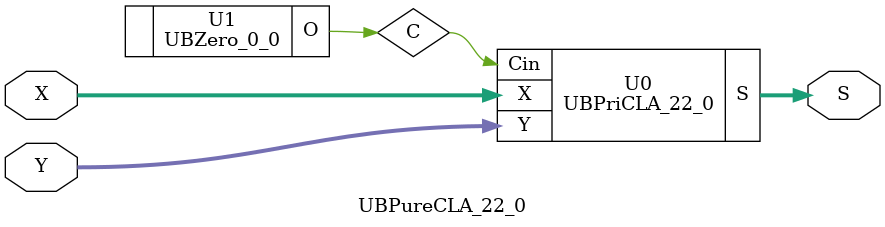
<source format=v>
/*----------------------------------------------------------------------------
  Copyright (c) 2021 Homma laboratory. All rights reserved.

  Top module: UBCLA_22_0_22_0

  Operand-1 length: 23
  Operand-2 length: 23
  Two-operand addition algorithm: Carry look-ahead adder
----------------------------------------------------------------------------*/

module GPGenerator(Go, Po, A, B);
  output Go;
  output Po;
  input A;
  input B;
  assign Go = A & B;
  assign Po = A ^ B;
endmodule

module CLAUnit_23(C, G, P, Cin);
  output [23:1] C;
  input Cin;
  input [22:0] G;
  input [22:0] P;
  assign C[1] = G[0] | ( P[0] & Cin );
  assign C[2] = G[1] | ( P[1] & G[0] ) | ( P[1] & P[0] & Cin );
  assign C[3] = G[2] | ( P[2] & G[1] ) | ( P[2] & P[1] & G[0] ) | ( P[2] & P[1] & P[0] & Cin );
  assign C[4] = G[3] | ( P[3] & G[2] ) | ( P[3] & P[2] & G[1] ) | ( P[3] & P[2] & P[1] & G[0] ) | ( P[3] & P[2] & P[1] & P[0] & Cin );
  assign C[5] = G[4] | ( P[4] & G[3] ) | ( P[4] & P[3] & G[2] ) | ( P[4] & P[3] & P[2] & G[1] ) | ( P[4] & P[3] & P[2] & P[1] & G[0] ) | ( P[4] & P[3] & P[2] & P[1] & P[0] & Cin );
  assign C[6] = G[5] | ( P[5] & G[4] ) | ( P[5] & P[4] & G[3] ) | ( P[5] & P[4] & P[3] & G[2] ) | ( P[5] & P[4] & P[3] & P[2] & G[1] ) | ( P[5] & P[4] & P[3] & P[2] & P[1] & G[0] ) | ( P[5] & P[4] & P[3]
 & P[2] & P[1] & P[0] & Cin );
  assign C[7] = G[6] | ( P[6] & G[5] ) | ( P[6] & P[5] & G[4] ) | ( P[6] & P[5] & P[4] & G[3] ) | ( P[6] & P[5] & P[4] & P[3] & G[2] ) | ( P[6] & P[5] & P[4] & P[3] & P[2] & G[1] ) | ( P[6] & P[5] & P[4]
 & P[3] & P[2] & P[1] & G[0] ) | ( P[6] & P[5] & P[4] & P[3] & P[2] & P[1] & P[0] & Cin );
  assign C[8] = G[7] | ( P[7] & G[6] ) | ( P[7] & P[6] & G[5] ) | ( P[7] & P[6] & P[5] & G[4] ) | ( P[7] & P[6] & P[5] & P[4] & G[3] ) | ( P[7] & P[6] & P[5] & P[4] & P[3] & G[2] ) | ( P[7] & P[6] & P[5]
 & P[4] & P[3] & P[2] & G[1] ) | ( P[7] & P[6] & P[5] & P[4] & P[3] & P[2] & P[1] & G[0] ) | ( P[7] & P[6] & P[5] & P[4] & P[3] & P[2] & P[1] & P[0] & Cin );
  assign C[9] = G[8] | ( P[8] & G[7] ) | ( P[8] & P[7] & G[6] ) | ( P[8] & P[7] & P[6] & G[5] ) | ( P[8] & P[7] & P[6] & P[5] & G[4] ) | ( P[8] & P[7] & P[6] & P[5] & P[4] & G[3] ) | ( P[8] & P[7] & P[6]
 & P[5] & P[4] & P[3] & G[2] ) | ( P[8] & P[7] & P[6] & P[5] & P[4] & P[3] & P[2] & G[1] ) | ( P[8] & P[7] & P[6] & P[5] & P[4] & P[3] & P[2] & P[1] & G[0] ) | ( P[8] & P[7] & P[6] & P[5] & P[4] & P[3]
 & P[2] & P[1] & P[0] & Cin );
  assign C[10] = G[9] | ( P[9] & G[8] ) | ( P[9] & P[8] & G[7] ) | ( P[9] & P[8] & P[7] & G[6] ) | ( P[9] & P[8] & P[7] & P[6] & G[5] ) | ( P[9] & P[8] & P[7] & P[6] & P[5] & G[4] ) | ( P[9] & P[8] & P[7]
 & P[6] & P[5] & P[4] & G[3] ) | ( P[9] & P[8] & P[7] & P[6] & P[5] & P[4] & P[3] & G[2] ) | ( P[9] & P[8] & P[7] & P[6] & P[5] & P[4] & P[3] & P[2] & G[1] ) | ( P[9] & P[8] & P[7] & P[6] & P[5] & P[4]
 & P[3] & P[2] & P[1] & G[0] ) | ( P[9] & P[8] & P[7] & P[6] & P[5] & P[4] & P[3] & P[2] & P[1] & P[0] & Cin );
  assign C[11] = G[10] | ( P[10] & G[9] ) | ( P[10] & P[9] & G[8] ) | ( P[10] & P[9] & P[8] & G[7] ) | ( P[10] & P[9] & P[8] & P[7] & G[6] ) | ( P[10] & P[9] & P[8] & P[7] & P[6] & G[5] ) | ( P[10] & P[9]
 & P[8] & P[7] & P[6] & P[5] & G[4] ) | ( P[10] & P[9] & P[8] & P[7] & P[6] & P[5] & P[4] & G[3] ) | ( P[10] & P[9] & P[8] & P[7] & P[6] & P[5] & P[4] & P[3] & G[2] ) | ( P[10] & P[9] & P[8] & P[7] & P[6]
 & P[5] & P[4] & P[3] & P[2] & G[1] ) | ( P[10] & P[9] & P[8] & P[7] & P[6] & P[5] & P[4] & P[3] & P[2] & P[1] & G[0] ) | ( P[10] & P[9] & P[8] & P[7] & P[6] & P[5] & P[4] & P[3] & P[2] & P[1] & P[0] &
 Cin );
  assign C[12] = G[11] | ( P[11] & G[10] ) | ( P[11] & P[10] & G[9] ) | ( P[11] & P[10] & P[9] & G[8] ) | ( P[11] & P[10] & P[9] & P[8] & G[7] ) | ( P[11] & P[10] & P[9] & P[8] & P[7] & G[6] ) | ( P[11]
 & P[10] & P[9] & P[8] & P[7] & P[6] & G[5] ) | ( P[11] & P[10] & P[9] & P[8] & P[7] & P[6] & P[5] & G[4] ) | ( P[11] & P[10] & P[9] & P[8] & P[7] & P[6] & P[5] & P[4] & G[3] ) | ( P[11] & P[10] & P[9]
 & P[8] & P[7] & P[6] & P[5] & P[4] & P[3] & G[2] ) | ( P[11] & P[10] & P[9] & P[8] & P[7] & P[6] & P[5] & P[4] & P[3] & P[2] & G[1] ) | ( P[11] & P[10] & P[9] & P[8] & P[7] & P[6] & P[5] & P[4] & P[3]
 & P[2] & P[1] & G[0] ) | ( P[11] & P[10] & P[9] & P[8] & P[7] & P[6] & P[5] & P[4] & P[3] & P[2] & P[1] & P[0] & Cin );
  assign C[13] = G[12] | ( P[12] & G[11] ) | ( P[12] & P[11] & G[10] ) | ( P[12] & P[11] & P[10] & G[9] ) | ( P[12] & P[11] & P[10] & P[9] & G[8] ) | ( P[12] & P[11] & P[10] & P[9] & P[8] & G[7] ) | ( P[12]
 & P[11] & P[10] & P[9] & P[8] & P[7] & G[6] ) | ( P[12] & P[11] & P[10] & P[9] & P[8] & P[7] & P[6] & G[5] ) | ( P[12] & P[11] & P[10] & P[9] & P[8] & P[7] & P[6] & P[5] & G[4] ) | ( P[12] & P[11] & P[10]
 & P[9] & P[8] & P[7] & P[6] & P[5] & P[4] & G[3] ) | ( P[12] & P[11] & P[10] & P[9] & P[8] & P[7] & P[6] & P[5] & P[4] & P[3] & G[2] ) | ( P[12] & P[11] & P[10] & P[9] & P[8] & P[7] & P[6] & P[5] & P[4]
 & P[3] & P[2] & G[1] ) | ( P[12] & P[11] & P[10] & P[9] & P[8] & P[7] & P[6] & P[5] & P[4] & P[3] & P[2] & P[1] & G[0] ) | ( P[12] & P[11] & P[10] & P[9] & P[8] & P[7] & P[6] & P[5] & P[4] & P[3] & P[2]
 & P[1] & P[0] & Cin );
  assign C[14] = G[13] | ( P[13] & G[12] ) | ( P[13] & P[12] & G[11] ) | ( P[13] & P[12] & P[11] & G[10] ) | ( P[13] & P[12] & P[11] & P[10] & G[9] ) | ( P[13] & P[12] & P[11] & P[10] & P[9] & G[8] ) |
 ( P[13] & P[12] & P[11] & P[10] & P[9] & P[8] & G[7] ) | ( P[13] & P[12] & P[11] & P[10] & P[9] & P[8] & P[7] & G[6] ) | ( P[13] & P[12] & P[11] & P[10] & P[9] & P[8] & P[7] & P[6] & G[5] ) | ( P[13] &
 P[12] & P[11] & P[10] & P[9] & P[8] & P[7] & P[6] & P[5] & G[4] ) | ( P[13] & P[12] & P[11] & P[10] & P[9] & P[8] & P[7] & P[6] & P[5] & P[4] & G[3] ) | ( P[13] & P[12] & P[11] & P[10] & P[9] & P[8] &
 P[7] & P[6] & P[5] & P[4] & P[3] & G[2] ) | ( P[13] & P[12] & P[11] & P[10] & P[9] & P[8] & P[7] & P[6] & P[5] & P[4] & P[3] & P[2] & G[1] ) | ( P[13] & P[12] & P[11] & P[10] & P[9] & P[8] & P[7] & P[6]
 & P[5] & P[4] & P[3] & P[2] & P[1] & G[0] ) | ( P[13] & P[12] & P[11] & P[10] & P[9] & P[8] & P[7] & P[6] & P[5] & P[4] & P[3] & P[2] & P[1] & P[0] & Cin );
  assign C[15] = G[14] | ( P[14] & G[13] ) | ( P[14] & P[13] & G[12] ) | ( P[14] & P[13] & P[12] & G[11] ) | ( P[14] & P[13] & P[12] & P[11] & G[10] ) | ( P[14] & P[13] & P[12] & P[11] & P[10] & G[9] )
 | ( P[14] & P[13] & P[12] & P[11] & P[10] & P[9] & G[8] ) | ( P[14] & P[13] & P[12] & P[11] & P[10] & P[9] & P[8] & G[7] ) | ( P[14] & P[13] & P[12] & P[11] & P[10] & P[9] & P[8] & P[7] & G[6] ) | ( P[14]
 & P[13] & P[12] & P[11] & P[10] & P[9] & P[8] & P[7] & P[6] & G[5] ) | ( P[14] & P[13] & P[12] & P[11] & P[10] & P[9] & P[8] & P[7] & P[6] & P[5] & G[4] ) | ( P[14] & P[13] & P[12] & P[11] & P[10] & P[9]
 & P[8] & P[7] & P[6] & P[5] & P[4] & G[3] ) | ( P[14] & P[13] & P[12] & P[11] & P[10] & P[9] & P[8] & P[7] & P[6] & P[5] & P[4] & P[3] & G[2] ) | ( P[14] & P[13] & P[12] & P[11] & P[10] & P[9] & P[8] &
 P[7] & P[6] & P[5] & P[4] & P[3] & P[2] & G[1] ) | ( P[14] & P[13] & P[12] & P[11] & P[10] & P[9] & P[8] & P[7] & P[6] & P[5] & P[4] & P[3] & P[2] & P[1] & G[0] ) | ( P[14] & P[13] & P[12] & P[11] & P[10]
 & P[9] & P[8] & P[7] & P[6] & P[5] & P[4] & P[3] & P[2] & P[1] & P[0] & Cin );
  assign C[16] = G[15] | ( P[15] & G[14] ) | ( P[15] & P[14] & G[13] ) | ( P[15] & P[14] & P[13] & G[12] ) | ( P[15] & P[14] & P[13] & P[12] & G[11] ) | ( P[15] & P[14] & P[13] & P[12] & P[11] & G[10] )
 | ( P[15] & P[14] & P[13] & P[12] & P[11] & P[10] & G[9] ) | ( P[15] & P[14] & P[13] & P[12] & P[11] & P[10] & P[9] & G[8] ) | ( P[15] & P[14] & P[13] & P[12] & P[11] & P[10] & P[9] & P[8] & G[7] ) | (
 P[15] & P[14] & P[13] & P[12] & P[11] & P[10] & P[9] & P[8] & P[7] & G[6] ) | ( P[15] & P[14] & P[13] & P[12] & P[11] & P[10] & P[9] & P[8] & P[7] & P[6] & G[5] ) | ( P[15] & P[14] & P[13] & P[12] & P[11]
 & P[10] & P[9] & P[8] & P[7] & P[6] & P[5] & G[4] ) | ( P[15] & P[14] & P[13] & P[12] & P[11] & P[10] & P[9] & P[8] & P[7] & P[6] & P[5] & P[4] & G[3] ) | ( P[15] & P[14] & P[13] & P[12] & P[11] & P[10]
 & P[9] & P[8] & P[7] & P[6] & P[5] & P[4] & P[3] & G[2] ) | ( P[15] & P[14] & P[13] & P[12] & P[11] & P[10] & P[9] & P[8] & P[7] & P[6] & P[5] & P[4] & P[3] & P[2] & G[1] ) | ( P[15] & P[14] & P[13] &
 P[12] & P[11] & P[10] & P[9] & P[8] & P[7] & P[6] & P[5] & P[4] & P[3] & P[2] & P[1] & G[0] ) | ( P[15] & P[14] & P[13] & P[12] & P[11] & P[10] & P[9] & P[8] & P[7] & P[6] & P[5] & P[4] & P[3] & P[2] &
 P[1] & P[0] & Cin );
  assign C[17] = G[16] | ( P[16] & G[15] ) | ( P[16] & P[15] & G[14] ) | ( P[16] & P[15] & P[14] & G[13] ) | ( P[16] & P[15] & P[14] & P[13] & G[12] ) | ( P[16] & P[15] & P[14] & P[13] & P[12] & G[11] )
 | ( P[16] & P[15] & P[14] & P[13] & P[12] & P[11] & G[10] ) | ( P[16] & P[15] & P[14] & P[13] & P[12] & P[11] & P[10] & G[9] ) | ( P[16] & P[15] & P[14] & P[13] & P[12] & P[11] & P[10] & P[9] & G[8] )
 | ( P[16] & P[15] & P[14] & P[13] & P[12] & P[11] & P[10] & P[9] & P[8] & G[7] ) | ( P[16] & P[15] & P[14] & P[13] & P[12] & P[11] & P[10] & P[9] & P[8] & P[7] & G[6] ) | ( P[16] & P[15] & P[14] & P[13]
 & P[12] & P[11] & P[10] & P[9] & P[8] & P[7] & P[6] & G[5] ) | ( P[16] & P[15] & P[14] & P[13] & P[12] & P[11] & P[10] & P[9] & P[8] & P[7] & P[6] & P[5] & G[4] ) | ( P[16] & P[15] & P[14] & P[13] & P[12]
 & P[11] & P[10] & P[9] & P[8] & P[7] & P[6] & P[5] & P[4] & G[3] ) | ( P[16] & P[15] & P[14] & P[13] & P[12] & P[11] & P[10] & P[9] & P[8] & P[7] & P[6] & P[5] & P[4] & P[3] & G[2] ) | ( P[16] & P[15]
 & P[14] & P[13] & P[12] & P[11] & P[10] & P[9] & P[8] & P[7] & P[6] & P[5] & P[4] & P[3] & P[2] & G[1] ) | ( P[16] & P[15] & P[14] & P[13] & P[12] & P[11] & P[10] & P[9] & P[8] & P[7] & P[6] & P[5] & P[4]
 & P[3] & P[2] & P[1] & G[0] ) | ( P[16] & P[15] & P[14] & P[13] & P[12] & P[11] & P[10] & P[9] & P[8] & P[7] & P[6] & P[5] & P[4] & P[3] & P[2] & P[1] & P[0] & Cin );
  assign C[18] = G[17] | ( P[17] & G[16] ) | ( P[17] & P[16] & G[15] ) | ( P[17] & P[16] & P[15] & G[14] ) | ( P[17] & P[16] & P[15] & P[14] & G[13] ) | ( P[17] & P[16] & P[15] & P[14] & P[13] & G[12] )
 | ( P[17] & P[16] & P[15] & P[14] & P[13] & P[12] & G[11] ) | ( P[17] & P[16] & P[15] & P[14] & P[13] & P[12] & P[11] & G[10] ) | ( P[17] & P[16] & P[15] & P[14] & P[13] & P[12] & P[11] & P[10] & G[9]
 ) | ( P[17] & P[16] & P[15] & P[14] & P[13] & P[12] & P[11] & P[10] & P[9] & G[8] ) | ( P[17] & P[16] & P[15] & P[14] & P[13] & P[12] & P[11] & P[10] & P[9] & P[8] & G[7] ) | ( P[17] & P[16] & P[15] &
 P[14] & P[13] & P[12] & P[11] & P[10] & P[9] & P[8] & P[7] & G[6] ) | ( P[17] & P[16] & P[15] & P[14] & P[13] & P[12] & P[11] & P[10] & P[9] & P[8] & P[7] & P[6] & G[5] ) | ( P[17] & P[16] & P[15] & P[14]
 & P[13] & P[12] & P[11] & P[10] & P[9] & P[8] & P[7] & P[6] & P[5] & G[4] ) | ( P[17] & P[16] & P[15] & P[14] & P[13] & P[12] & P[11] & P[10] & P[9] & P[8] & P[7] & P[6] & P[5] & P[4] & G[3] ) | ( P[17]
 & P[16] & P[15] & P[14] & P[13] & P[12] & P[11] & P[10] & P[9] & P[8] & P[7] & P[6] & P[5] & P[4] & P[3] & G[2] ) | ( P[17] & P[16] & P[15] & P[14] & P[13] & P[12] & P[11] & P[10] & P[9] & P[8] & P[7]
 & P[6] & P[5] & P[4] & P[3] & P[2] & G[1] ) | ( P[17] & P[16] & P[15] & P[14] & P[13] & P[12] & P[11] & P[10] & P[9] & P[8] & P[7] & P[6] & P[5] & P[4] & P[3] & P[2] & P[1] & G[0] ) | ( P[17] & P[16] &
 P[15] & P[14] & P[13] & P[12] & P[11] & P[10] & P[9] & P[8] & P[7] & P[6] & P[5] & P[4] & P[3] & P[2] & P[1] & P[0] & Cin );
  assign C[19] = G[18] | ( P[18] & G[17] ) | ( P[18] & P[17] & G[16] ) | ( P[18] & P[17] & P[16] & G[15] ) | ( P[18] & P[17] & P[16] & P[15] & G[14] ) | ( P[18] & P[17] & P[16] & P[15] & P[14] & G[13] )
 | ( P[18] & P[17] & P[16] & P[15] & P[14] & P[13] & G[12] ) | ( P[18] & P[17] & P[16] & P[15] & P[14] & P[13] & P[12] & G[11] ) | ( P[18] & P[17] & P[16] & P[15] & P[14] & P[13] & P[12] & P[11] & G[10]
 ) | ( P[18] & P[17] & P[16] & P[15] & P[14] & P[13] & P[12] & P[11] & P[10] & G[9] ) | ( P[18] & P[17] & P[16] & P[15] & P[14] & P[13] & P[12] & P[11] & P[10] & P[9] & G[8] ) | ( P[18] & P[17] & P[16]
 & P[15] & P[14] & P[13] & P[12] & P[11] & P[10] & P[9] & P[8] & G[7] ) | ( P[18] & P[17] & P[16] & P[15] & P[14] & P[13] & P[12] & P[11] & P[10] & P[9] & P[8] & P[7] & G[6] ) | ( P[18] & P[17] & P[16]
 & P[15] & P[14] & P[13] & P[12] & P[11] & P[10] & P[9] & P[8] & P[7] & P[6] & G[5] ) | ( P[18] & P[17] & P[16] & P[15] & P[14] & P[13] & P[12] & P[11] & P[10] & P[9] & P[8] & P[7] & P[6] & P[5] & G[4]
 ) | ( P[18] & P[17] & P[16] & P[15] & P[14] & P[13] & P[12] & P[11] & P[10] & P[9] & P[8] & P[7] & P[6] & P[5] & P[4] & G[3] ) | ( P[18] & P[17] & P[16] & P[15] & P[14] & P[13] & P[12] & P[11] & P[10]
 & P[9] & P[8] & P[7] & P[6] & P[5] & P[4] & P[3] & G[2] ) | ( P[18] & P[17] & P[16] & P[15] & P[14] & P[13] & P[12] & P[11] & P[10] & P[9] & P[8] & P[7] & P[6] & P[5] & P[4] & P[3] & P[2] & G[1] ) | (
 P[18] & P[17] & P[16] & P[15] & P[14] & P[13] & P[12] & P[11] & P[10] & P[9] & P[8] & P[7] & P[6] & P[5] & P[4] & P[3] & P[2] & P[1] & G[0] ) | ( P[18] & P[17] & P[16] & P[15] & P[14] & P[13] & P[12] &
 P[11] & P[10] & P[9] & P[8] & P[7] & P[6] & P[5] & P[4] & P[3] & P[2] & P[1] & P[0] & Cin );
  assign C[20] = G[19] | ( P[19] & G[18] ) | ( P[19] & P[18] & G[17] ) | ( P[19] & P[18] & P[17] & G[16] ) | ( P[19] & P[18] & P[17] & P[16] & G[15] ) | ( P[19] & P[18] & P[17] & P[16] & P[15] & G[14] )
 | ( P[19] & P[18] & P[17] & P[16] & P[15] & P[14] & G[13] ) | ( P[19] & P[18] & P[17] & P[16] & P[15] & P[14] & P[13] & G[12] ) | ( P[19] & P[18] & P[17] & P[16] & P[15] & P[14] & P[13] & P[12] & G[11]
 ) | ( P[19] & P[18] & P[17] & P[16] & P[15] & P[14] & P[13] & P[12] & P[11] & G[10] ) | ( P[19] & P[18] & P[17] & P[16] & P[15] & P[14] & P[13] & P[12] & P[11] & P[10] & G[9] ) | ( P[19] & P[18] & P[17]
 & P[16] & P[15] & P[14] & P[13] & P[12] & P[11] & P[10] & P[9] & G[8] ) | ( P[19] & P[18] & P[17] & P[16] & P[15] & P[14] & P[13] & P[12] & P[11] & P[10] & P[9] & P[8] & G[7] ) | ( P[19] & P[18] & P[17]
 & P[16] & P[15] & P[14] & P[13] & P[12] & P[11] & P[10] & P[9] & P[8] & P[7] & G[6] ) | ( P[19] & P[18] & P[17] & P[16] & P[15] & P[14] & P[13] & P[12] & P[11] & P[10] & P[9] & P[8] & P[7] & P[6] & G[5]
 ) | ( P[19] & P[18] & P[17] & P[16] & P[15] & P[14] & P[13] & P[12] & P[11] & P[10] & P[9] & P[8] & P[7] & P[6] & P[5] & G[4] ) | ( P[19] & P[18] & P[17] & P[16] & P[15] & P[14] & P[13] & P[12] & P[11]
 & P[10] & P[9] & P[8] & P[7] & P[6] & P[5] & P[4] & G[3] ) | ( P[19] & P[18] & P[17] & P[16] & P[15] & P[14] & P[13] & P[12] & P[11] & P[10] & P[9] & P[8] & P[7] & P[6] & P[5] & P[4] & P[3] & G[2] ) |
 ( P[19] & P[18] & P[17] & P[16] & P[15] & P[14] & P[13] & P[12] & P[11] & P[10] & P[9] & P[8] & P[7] & P[6] & P[5] & P[4] & P[3] & P[2] & G[1] ) | ( P[19] & P[18] & P[17] & P[16] & P[15] & P[14] & P[13]
 & P[12] & P[11] & P[10] & P[9] & P[8] & P[7] & P[6] & P[5] & P[4] & P[3] & P[2] & P[1] & G[0] ) | ( P[19] & P[18] & P[17] & P[16] & P[15] & P[14] & P[13] & P[12] & P[11] & P[10] & P[9] & P[8] & P[7] &
 P[6] & P[5] & P[4] & P[3] & P[2] & P[1] & P[0] & Cin );
  assign C[21] = G[20] | ( P[20] & G[19] ) | ( P[20] & P[19] & G[18] ) | ( P[20] & P[19] & P[18] & G[17] ) | ( P[20] & P[19] & P[18] & P[17] & G[16] ) | ( P[20] & P[19] & P[18] & P[17] & P[16] & G[15] )
 | ( P[20] & P[19] & P[18] & P[17] & P[16] & P[15] & G[14] ) | ( P[20] & P[19] & P[18] & P[17] & P[16] & P[15] & P[14] & G[13] ) | ( P[20] & P[19] & P[18] & P[17] & P[16] & P[15] & P[14] & P[13] & G[12]
 ) | ( P[20] & P[19] & P[18] & P[17] & P[16] & P[15] & P[14] & P[13] & P[12] & G[11] ) | ( P[20] & P[19] & P[18] & P[17] & P[16] & P[15] & P[14] & P[13] & P[12] & P[11] & G[10] ) | ( P[20] & P[19] & P[18]
 & P[17] & P[16] & P[15] & P[14] & P[13] & P[12] & P[11] & P[10] & G[9] ) | ( P[20] & P[19] & P[18] & P[17] & P[16] & P[15] & P[14] & P[13] & P[12] & P[11] & P[10] & P[9] & G[8] ) | ( P[20] & P[19] & P[18]
 & P[17] & P[16] & P[15] & P[14] & P[13] & P[12] & P[11] & P[10] & P[9] & P[8] & G[7] ) | ( P[20] & P[19] & P[18] & P[17] & P[16] & P[15] & P[14] & P[13] & P[12] & P[11] & P[10] & P[9] & P[8] & P[7] & G[6]
 ) | ( P[20] & P[19] & P[18] & P[17] & P[16] & P[15] & P[14] & P[13] & P[12] & P[11] & P[10] & P[9] & P[8] & P[7] & P[6] & G[5] ) | ( P[20] & P[19] & P[18] & P[17] & P[16] & P[15] & P[14] & P[13] & P[12]
 & P[11] & P[10] & P[9] & P[8] & P[7] & P[6] & P[5] & G[4] ) | ( P[20] & P[19] & P[18] & P[17] & P[16] & P[15] & P[14] & P[13] & P[12] & P[11] & P[10] & P[9] & P[8] & P[7] & P[6] & P[5] & P[4] & G[3] )
 | ( P[20] & P[19] & P[18] & P[17] & P[16] & P[15] & P[14] & P[13] & P[12] & P[11] & P[10] & P[9] & P[8] & P[7] & P[6] & P[5] & P[4] & P[3] & G[2] ) | ( P[20] & P[19] & P[18] & P[17] & P[16] & P[15] & P[14]
 & P[13] & P[12] & P[11] & P[10] & P[9] & P[8] & P[7] & P[6] & P[5] & P[4] & P[3] & P[2] & G[1] ) | ( P[20] & P[19] & P[18] & P[17] & P[16] & P[15] & P[14] & P[13] & P[12] & P[11] & P[10] & P[9] & P[8]
 & P[7] & P[6] & P[5] & P[4] & P[3] & P[2] & P[1] & G[0] ) | ( P[20] & P[19] & P[18] & P[17] & P[16] & P[15] & P[14] & P[13] & P[12] & P[11] & P[10] & P[9] & P[8] & P[7] & P[6] & P[5] & P[4] & P[3] & P[2]
 & P[1] & P[0] & Cin );
  assign C[22] = G[21] | ( P[21] & G[20] ) | ( P[21] & P[20] & G[19] ) | ( P[21] & P[20] & P[19] & G[18] ) | ( P[21] & P[20] & P[19] & P[18] & G[17] ) | ( P[21] & P[20] & P[19] & P[18] & P[17] & G[16] )
 | ( P[21] & P[20] & P[19] & P[18] & P[17] & P[16] & G[15] ) | ( P[21] & P[20] & P[19] & P[18] & P[17] & P[16] & P[15] & G[14] ) | ( P[21] & P[20] & P[19] & P[18] & P[17] & P[16] & P[15] & P[14] & G[13]
 ) | ( P[21] & P[20] & P[19] & P[18] & P[17] & P[16] & P[15] & P[14] & P[13] & G[12] ) | ( P[21] & P[20] & P[19] & P[18] & P[17] & P[16] & P[15] & P[14] & P[13] & P[12] & G[11] ) | ( P[21] & P[20] & P[19]
 & P[18] & P[17] & P[16] & P[15] & P[14] & P[13] & P[12] & P[11] & G[10] ) | ( P[21] & P[20] & P[19] & P[18] & P[17] & P[16] & P[15] & P[14] & P[13] & P[12] & P[11] & P[10] & G[9] ) | ( P[21] & P[20] &
 P[19] & P[18] & P[17] & P[16] & P[15] & P[14] & P[13] & P[12] & P[11] & P[10] & P[9] & G[8] ) | ( P[21] & P[20] & P[19] & P[18] & P[17] & P[16] & P[15] & P[14] & P[13] & P[12] & P[11] & P[10] & P[9] &
 P[8] & G[7] ) | ( P[21] & P[20] & P[19] & P[18] & P[17] & P[16] & P[15] & P[14] & P[13] & P[12] & P[11] & P[10] & P[9] & P[8] & P[7] & G[6] ) | ( P[21] & P[20] & P[19] & P[18] & P[17] & P[16] & P[15] &
 P[14] & P[13] & P[12] & P[11] & P[10] & P[9] & P[8] & P[7] & P[6] & G[5] ) | ( P[21] & P[20] & P[19] & P[18] & P[17] & P[16] & P[15] & P[14] & P[13] & P[12] & P[11] & P[10] & P[9] & P[8] & P[7] & P[6]
 & P[5] & G[4] ) | ( P[21] & P[20] & P[19] & P[18] & P[17] & P[16] & P[15] & P[14] & P[13] & P[12] & P[11] & P[10] & P[9] & P[8] & P[7] & P[6] & P[5] & P[4] & G[3] ) | ( P[21] & P[20] & P[19] & P[18] &
 P[17] & P[16] & P[15] & P[14] & P[13] & P[12] & P[11] & P[10] & P[9] & P[8] & P[7] & P[6] & P[5] & P[4] & P[3] & G[2] ) | ( P[21] & P[20] & P[19] & P[18] & P[17] & P[16] & P[15] & P[14] & P[13] & P[12]
 & P[11] & P[10] & P[9] & P[8] & P[7] & P[6] & P[5] & P[4] & P[3] & P[2] & G[1] ) | ( P[21] & P[20] & P[19] & P[18] & P[17] & P[16] & P[15] & P[14] & P[13] & P[12] & P[11] & P[10] & P[9] & P[8] & P[7] &
 P[6] & P[5] & P[4] & P[3] & P[2] & P[1] & G[0] ) | ( P[21] & P[20] & P[19] & P[18] & P[17] & P[16] & P[15] & P[14] & P[13] & P[12] & P[11] & P[10] & P[9] & P[8] & P[7] & P[6] & P[5] & P[4] & P[3] & P[2]
 & P[1] & P[0] & Cin );
  assign C[23] = G[22] | ( P[22] & G[21] ) | ( P[22] & P[21] & G[20] ) | ( P[22] & P[21] & P[20] & G[19] ) | ( P[22] & P[21] & P[20] & P[19] & G[18] ) | ( P[22] & P[21] & P[20] & P[19] & P[18] & G[17] )
 | ( P[22] & P[21] & P[20] & P[19] & P[18] & P[17] & G[16] ) | ( P[22] & P[21] & P[20] & P[19] & P[18] & P[17] & P[16] & G[15] ) | ( P[22] & P[21] & P[20] & P[19] & P[18] & P[17] & P[16] & P[15] & G[14]
 ) | ( P[22] & P[21] & P[20] & P[19] & P[18] & P[17] & P[16] & P[15] & P[14] & G[13] ) | ( P[22] & P[21] & P[20] & P[19] & P[18] & P[17] & P[16] & P[15] & P[14] & P[13] & G[12] ) | ( P[22] & P[21] & P[20]
 & P[19] & P[18] & P[17] & P[16] & P[15] & P[14] & P[13] & P[12] & G[11] ) | ( P[22] & P[21] & P[20] & P[19] & P[18] & P[17] & P[16] & P[15] & P[14] & P[13] & P[12] & P[11] & G[10] ) | ( P[22] & P[21] &
 P[20] & P[19] & P[18] & P[17] & P[16] & P[15] & P[14] & P[13] & P[12] & P[11] & P[10] & G[9] ) | ( P[22] & P[21] & P[20] & P[19] & P[18] & P[17] & P[16] & P[15] & P[14] & P[13] & P[12] & P[11] & P[10]
 & P[9] & G[8] ) | ( P[22] & P[21] & P[20] & P[19] & P[18] & P[17] & P[16] & P[15] & P[14] & P[13] & P[12] & P[11] & P[10] & P[9] & P[8] & G[7] ) | ( P[22] & P[21] & P[20] & P[19] & P[18] & P[17] & P[16]
 & P[15] & P[14] & P[13] & P[12] & P[11] & P[10] & P[9] & P[8] & P[7] & G[6] ) | ( P[22] & P[21] & P[20] & P[19] & P[18] & P[17] & P[16] & P[15] & P[14] & P[13] & P[12] & P[11] & P[10] & P[9] & P[8] & P[7]
 & P[6] & G[5] ) | ( P[22] & P[21] & P[20] & P[19] & P[18] & P[17] & P[16] & P[15] & P[14] & P[13] & P[12] & P[11] & P[10] & P[9] & P[8] & P[7] & P[6] & P[5] & G[4] ) | ( P[22] & P[21] & P[20] & P[19] &
 P[18] & P[17] & P[16] & P[15] & P[14] & P[13] & P[12] & P[11] & P[10] & P[9] & P[8] & P[7] & P[6] & P[5] & P[4] & G[3] ) | ( P[22] & P[21] & P[20] & P[19] & P[18] & P[17] & P[16] & P[15] & P[14] & P[13]
 & P[12] & P[11] & P[10] & P[9] & P[8] & P[7] & P[6] & P[5] & P[4] & P[3] & G[2] ) | ( P[22] & P[21] & P[20] & P[19] & P[18] & P[17] & P[16] & P[15] & P[14] & P[13] & P[12] & P[11] & P[10] & P[9] & P[8]
 & P[7] & P[6] & P[5] & P[4] & P[3] & P[2] & G[1] ) | ( P[22] & P[21] & P[20] & P[19] & P[18] & P[17] & P[16] & P[15] & P[14] & P[13] & P[12] & P[11] & P[10] & P[9] & P[8] & P[7] & P[6] & P[5] & P[4] &
 P[3] & P[2] & P[1] & G[0] ) | ( P[22] & P[21] & P[20] & P[19] & P[18] & P[17] & P[16] & P[15] & P[14] & P[13] & P[12] & P[11] & P[10] & P[9] & P[8] & P[7] & P[6] & P[5] & P[4] & P[3] & P[2] & P[1] & P[0]
 & Cin );
endmodule

module UBPriCLA_22_0(S, X, Y, Cin);
  output [23:0] S;
  input Cin;
  input [22:0] X;
  input [22:0] Y;
  wire [23:1] C;
  wire [22:0] G;
  wire [22:0] P;
  assign S[0] = Cin ^ P[0];
  assign S[1] = C[1] ^ P[1];
  assign S[2] = C[2] ^ P[2];
  assign S[3] = C[3] ^ P[3];
  assign S[4] = C[4] ^ P[4];
  assign S[5] = C[5] ^ P[5];
  assign S[6] = C[6] ^ P[6];
  assign S[7] = C[7] ^ P[7];
  assign S[8] = C[8] ^ P[8];
  assign S[9] = C[9] ^ P[9];
  assign S[10] = C[10] ^ P[10];
  assign S[11] = C[11] ^ P[11];
  assign S[12] = C[12] ^ P[12];
  assign S[13] = C[13] ^ P[13];
  assign S[14] = C[14] ^ P[14];
  assign S[15] = C[15] ^ P[15];
  assign S[16] = C[16] ^ P[16];
  assign S[17] = C[17] ^ P[17];
  assign S[18] = C[18] ^ P[18];
  assign S[19] = C[19] ^ P[19];
  assign S[20] = C[20] ^ P[20];
  assign S[21] = C[21] ^ P[21];
  assign S[22] = C[22] ^ P[22];
  assign S[23] = C[23];
  GPGenerator U0 (G[0], P[0], X[0], Y[0]);
  GPGenerator U1 (G[1], P[1], X[1], Y[1]);
  GPGenerator U2 (G[2], P[2], X[2], Y[2]);
  GPGenerator U3 (G[3], P[3], X[3], Y[3]);
  GPGenerator U4 (G[4], P[4], X[4], Y[4]);
  GPGenerator U5 (G[5], P[5], X[5], Y[5]);
  GPGenerator U6 (G[6], P[6], X[6], Y[6]);
  GPGenerator U7 (G[7], P[7], X[7], Y[7]);
  GPGenerator U8 (G[8], P[8], X[8], Y[8]);
  GPGenerator U9 (G[9], P[9], X[9], Y[9]);
  GPGenerator U10 (G[10], P[10], X[10], Y[10]);
  GPGenerator U11 (G[11], P[11], X[11], Y[11]);
  GPGenerator U12 (G[12], P[12], X[12], Y[12]);
  GPGenerator U13 (G[13], P[13], X[13], Y[13]);
  GPGenerator U14 (G[14], P[14], X[14], Y[14]);
  GPGenerator U15 (G[15], P[15], X[15], Y[15]);
  GPGenerator U16 (G[16], P[16], X[16], Y[16]);
  GPGenerator U17 (G[17], P[17], X[17], Y[17]);
  GPGenerator U18 (G[18], P[18], X[18], Y[18]);
  GPGenerator U19 (G[19], P[19], X[19], Y[19]);
  GPGenerator U20 (G[20], P[20], X[20], Y[20]);
  GPGenerator U21 (G[21], P[21], X[21], Y[21]);
  GPGenerator U22 (G[22], P[22], X[22], Y[22]);
  CLAUnit_23 U23 (C, G, P, Cin);
endmodule

module UBZero_0_0(O);
  output [0:0] O;
  assign O[0] = 0;
endmodule

module UBCLA_22_0_22_0 (S, X, Y);
  output [23:0] S;
  input [22:0] X;
  input [22:0] Y;
  UBPureCLA_22_0 U0 (S[23:0], X[22:0], Y[22:0]);
endmodule

module UBPureCLA_22_0 (S, X, Y);
  output [23:0] S;
  input [22:0] X;
  input [22:0] Y;
  wire C;
  UBPriCLA_22_0 U0 (S, X, Y, C);
  UBZero_0_0 U1 (C);
endmodule


</source>
